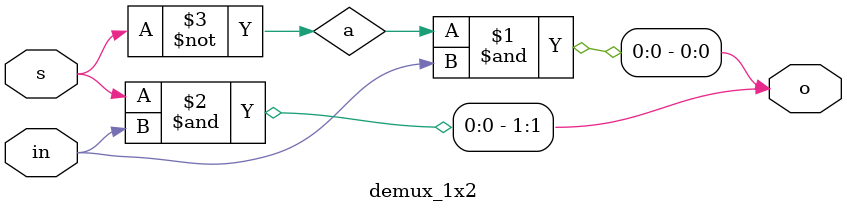
<source format=v>
module demux_1x2(output [1:0]o,input in,input s);
    wire a;
    not(a,s);
    and(o[0],a,in);
    and(o[1],s,in);
endmodule

</source>
